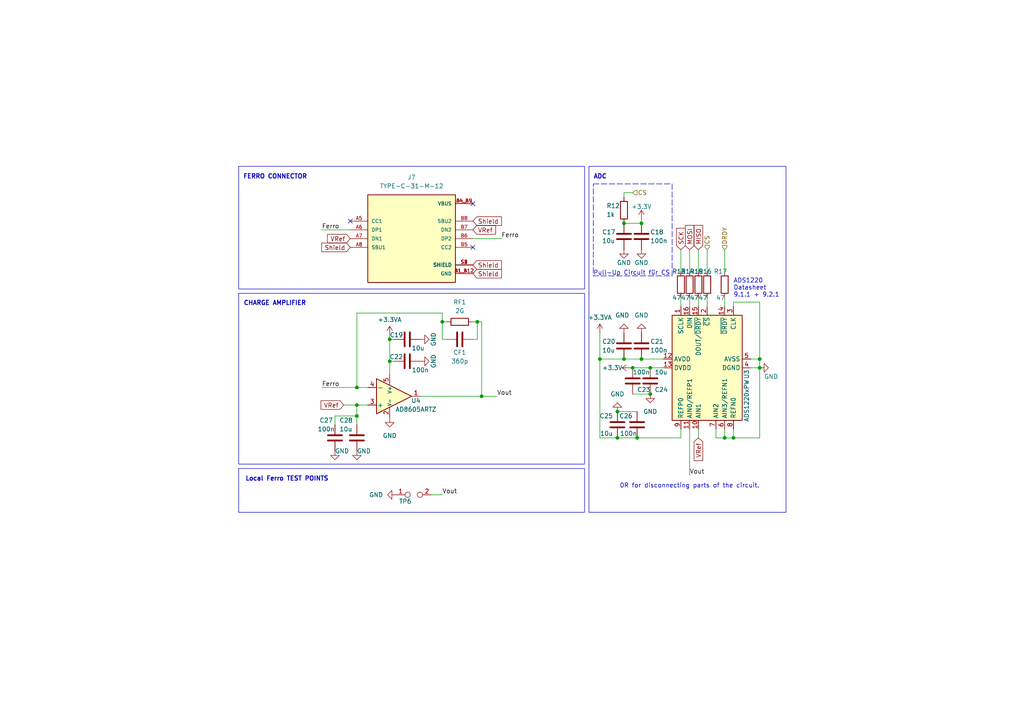
<source format=kicad_sch>
(kicad_sch (version 20231120) (generator "eeschema") (generator_version "8.0")
  (paper "A4")
  (lib_symbols
    (symbol "Amplifier_Operational_AKL:AD8605ARTZ" (pin_names (offset 0.2))
      (property "Reference" "U" (at 1.27 7.62 0))
      (property "Value" "AD8605ARTZ" (at 1.27 5.08 0))
      (symbol "AD8605ARTZ_0_1"
        (polyline (pts (xy -5.08 5.08) (xy -5.08 -5.08) (xy 5.08 0) (xy -5.08 5.08)) (stroke (width 0.254)) (fill (type background)))
      )
      (symbol "AD8605ARTZ_1_1"
        (pin output line (at 7.62 0 180) (length 2.54) (name "~") (number "1"))
        (pin power_in line (at -1.27 -6.35 90) (length 3.18) (name "V-") (number "2"))
        (pin input line (at -7.62 -2.54 0) (length 2.54) (name "+") (number "3"))
        (pin input line (at -7.62 2.54 0) (length 2.54) (name "-") (number "4"))
        (pin power_in line (at -1.27 6.35 270) (length 3.18) (name "V+") (number "5"))
      )
    )
    (symbol "Analog_ADC:ADS1220xPW"
      (property "Reference" "U" (at -15.24 11.43 0))
      (property "Value" "ADS1220xPW" (at 6.35 11.43 0))
      (symbol "ADS1220xPW_0_1"
        (rectangle (start -15.24 10.16) (end 15.24 -10.16) (stroke (width 0.254)) (fill (type background)))
      )
      (symbol "ADS1220xPW_1_1"
        (pin input line (at 17.78 7.62 180) (length 2.54) (name "SCLK") (number "1"))
        (pin input line (at -17.78 2.54 0) (length 2.54) (name "AIN1") (number "10"))
        (pin input line (at -17.78 5.08 0) (length 2.54) (name "AIN0/REFP1") (number "11"))
        (pin power_in line (at 2.54 12.7 270) (length 2.54) (name "AVDD") (number "12"))
        (pin power_in line (at 0 12.7 270) (length 2.54) (name "DVDD") (number "13"))
        (pin output line (at 17.78 -5.08 180) (length 2.54) (name "~{DRDY}") (number "14"))
        (pin output line (at 17.78 2.54 180) (length 2.54) (name "DOUT/~{DRDY}") (number "15"))
        (pin input line (at 17.78 5.08 180) (length 2.54) (name "DIN") (number "16"))
        (pin input line (at 17.78 0 180) (length 2.54) (name "~{CS}") (number "2"))
        (pin input line (at 17.78 -7.62 180) (length 2.54) (name "CLK") (number "3"))
        (pin power_in line (at 0 -12.7 90) (length 2.54) (name "DGND") (number "4"))
        (pin power_in line (at 2.54 -12.7 90) (length 2.54) (name "AVSS") (number "5"))
        (pin input line (at -17.78 -5.08 0) (length 2.54) (name "AIN3/REFN1") (number "6"))
        (pin input line (at -17.78 -2.54 0) (length 2.54) (name "AIN2") (number "7"))
        (pin input line (at -17.78 -7.62 0) (length 2.54) (name "REFN0") (number "8"))
        (pin input line (at -17.78 7.62 0) (length 2.54) (name "REFP0") (number "9"))
      )
    )
    (symbol "Connector:TestPoint_2Pole" (pin_names (offset 0.762) hide)
      (property "Reference" "TP" (at 0 1.524 0))
      (property "Value" "TestPoint_2Pole" (at 0 -1.778 0))
      (symbol "TestPoint_2Pole_0_1"
        (circle (center -1.778 0) (radius 0.762))
        (circle (center 1.778 0) (radius 0.762))
        (pin passive line (at -5.08 0 0) (length 2.54) (name "1") (number "1"))
        (pin passive line (at 5.08 0 180) (length 2.54) (name "2") (number "2"))
      )
    )
    (symbol "Device:C" (pin_numbers hide) (pin_names (offset 0.254))
      (property "Reference" "C" (at 0.635 2.54 0))
      (property "Value" "C" (at 0.635 -2.54 0))
      (symbol "C_0_1"
        (polyline (pts (xy -2.032 -0.762) (xy 2.032 -0.762)) (stroke (width 0.508)))
        (polyline (pts (xy -2.032 0.762) (xy 2.032 0.762)) (stroke (width 0.508)))
      )
      (symbol "C_1_1"
        (pin passive line (at 0 3.81 270) (length 2.794) (name "~") (number "1"))
        (pin passive line (at 0 -3.81 90) (length 2.794) (name "~") (number "2"))
      )
    )
    (symbol "Device:R" (pin_numbers hide) (pin_names (offset 0))
      (property "Reference" "R" (at 2.032 0 90))
      (property "Value" "R" (at 0 0 90))
      (symbol "R_0_1"
        (rectangle (start -1.016 -2.54) (end 1.016 2.54) (stroke (width 0.254)))
      )
      (symbol "R_1_1"
        (pin passive line (at 0 3.81 270) (length 1.27) (name "~") (number "1"))
        (pin passive line (at 0 -3.81 90) (length 1.27) (name "~") (number "2"))
      )
    )
    (symbol "TYPE-C-31-M-12:TYPE-C-31-M-12" (pin_names (offset 1.016))
      (property "Reference" "J" (at -12.7 13.462 0))
      (property "Value" "TYPE-C-31-M-12" (at -12.7 -13.462 0))
      (symbol "TYPE-C-31-M-12_0_0"
        (rectangle (start -12.7 -12.7) (end 12.7 12.7) (stroke (width 0.254)) (fill (type background)))
        (pin power_in line (at 17.78 -10.16 180) (length 5.08) (name "GND") (number "A1_B12"))
        (pin power_in line (at 17.78 10.16 180) (length 5.08) (name "VBUS") (number "A4_B9"))
        (pin bidirectional line (at -17.78 5.08 0) (length 5.08) (name "CC1") (number "A5"))
        (pin bidirectional line (at -17.78 2.54 0) (length 5.08) (name "DP1") (number "A6"))
        (pin bidirectional line (at -17.78 0 0) (length 5.08) (name "DN1") (number "A7"))
        (pin bidirectional line (at -17.78 -2.54 0) (length 5.08) (name "SBU1") (number "A8"))
        (pin power_in line (at 17.78 -10.16 180) (length 5.08) (name "GND") (number "B1_A12"))
        (pin power_in line (at 17.78 10.16 180) (length 5.08) (name "VBUS") (number "B4_A9"))
        (pin bidirectional line (at 17.78 -2.54 180) (length 5.08) (name "CC2") (number "B5"))
        (pin bidirectional line (at 17.78 0 180) (length 5.08) (name "DP2") (number "B6"))
        (pin bidirectional line (at 17.78 2.54 180) (length 5.08) (name "DN2") (number "B7"))
        (pin bidirectional line (at 17.78 5.08 180) (length 5.08) (name "SBU2") (number "B8"))
        (pin passive line (at 17.78 -7.62 180) (length 5.08) (name "SHIELD") (number "S1"))
        (pin passive line (at 17.78 -7.62 180) (length 5.08) (name "SHIELD") (number "S2"))
        (pin passive line (at 17.78 -7.62 180) (length 5.08) (name "SHIELD") (number "S3"))
        (pin passive line (at 17.78 -7.62 180) (length 5.08) (name "SHIELD") (number "S4"))
      )
    )
    (symbol "power:+3.3V" (power) (pin_names (offset 0))
      (property "Value" "+3.3V" (at 0 3.556 0))
      (symbol "+3.3V_0_1"
        (polyline (pts (xy -0.762 1.27) (xy 0 2.54)))
        (polyline (pts (xy 0 0) (xy 0 2.54)))
        (polyline (pts (xy 0 2.54) (xy 0.762 1.27)))
      )
      (symbol "+3.3V_1_1"
        (pin power_in line (at 0 0 90) (length 0) hide (name "+3.3V") (number "1"))
      )
    )
    (symbol "power:+3.3VA" (power) (pin_names (offset 0))
      (property "Value" "+3.3VA" (at 0 3.556 0))
      (symbol "+3.3VA_0_1"
        (polyline (pts (xy -0.762 1.27) (xy 0 2.54)))
        (polyline (pts (xy 0 0) (xy 0 2.54)))
        (polyline (pts (xy 0 2.54) (xy 0.762 1.27)))
      )
      (symbol "+3.3VA_1_1"
        (pin power_in line (at 0 0 90) (length 0) hide (name "+3.3VA") (number "1"))
      )
    )
    (symbol "power:GND" (power) (pin_names (offset 0))
      (property "Value" "GND" (at 0 -3.81 0))
      (symbol "GND_0_1"
        (polyline (pts (xy 0 0) (xy 0 -1.27) (xy 1.27 -1.27) (xy 0 -2.54) (xy -1.27 -1.27) (xy 0 -1.27)))
      )
      (symbol "GND_1_1"
        (pin power_in line (at 0 0 270) (length 0) hide (name "GND") (number "1"))
      )
    )
  )
  (junction (at 179.07 119.38))
  (junction (at 180.975 104.14))
  (junction (at 128.27 93.345))
  (junction (at 113.03 98.425))
  (junction (at 188.595 106.68))
  (junction (at 113.03 104.775))
  (junction (at 220.345 106.68))
  (junction (at 103.505 120.65))
  (junction (at 183.515 106.68))
  (junction (at 103.505 117.475))
  (junction (at 210.185 127))
  (junction (at 184.785 127))
  (junction (at 186.055 104.14))
  (junction (at 103.505 112.395))
  (junction (at 138.43 93.345))
  (junction (at 179.07 127))
  (junction (at 186.055 64.77))
  (junction (at 220.345 104.14))
  (junction (at 188.595 114.3))
  (junction (at 139.7 114.935))
  (junction (at 173.99 104.14))
  (junction (at 212.725 127))
  (junction (at 180.975 64.77))
  (no_connect (at 137.16 71.755))
  (no_connect (at 101.6 64.135))
  (no_connect (at 137.16 59.055))
  (wire (pts (xy 113.03 98.425) (xy 113.03 104.775)))
  (wire (pts (xy 220.345 104.14) (xy 220.345 87.63)))
  (wire (pts (xy 139.7 114.935) (xy 144.145 114.935)))
  (wire (pts (xy 184.785 127) (xy 197.485 127)))
  (wire (pts (xy 210.185 72.39) (xy 210.185 78.74)))
  (wire (pts (xy 113.03 104.775) (xy 114.3 104.775)))
  (wire (pts (xy 186.055 63.5) (xy 186.055 64.77)))
  (wire (pts (xy 205.105 72.39) (xy 205.105 78.74)))
  (wire (pts (xy 113.03 97.155) (xy 113.03 98.425)))
  (wire (pts (xy 145.415 69.215) (xy 137.16 69.215)))
  (wire (pts (xy 137.16 93.345) (xy 138.43 93.345)))
  (wire (pts (xy 103.505 117.475) (xy 103.505 120.65)))
  (wire (pts (xy 128.27 93.345) (xy 128.27 98.425)))
  (wire (pts (xy 121.92 114.935) (xy 139.7 114.935)))
  (wire (pts (xy 113.03 104.775) (xy 113.03 108.585)))
  (wire (pts (xy 202.565 86.36) (xy 202.565 88.9)))
  (wire (pts (xy 207.645 127) (xy 210.185 127)))
  (wire (pts (xy 202.565 124.46) (xy 202.565 127)))
  (wire (pts (xy 93.345 112.395) (xy 103.505 112.395)))
  (wire (pts (xy 138.43 93.345) (xy 139.7 93.345)))
  (wire (pts (xy 210.185 86.36) (xy 210.185 88.9)))
  (wire (pts (xy 212.725 124.46) (xy 212.725 127)))
  (wire (pts (xy 173.99 104.14) (xy 180.975 104.14)))
  (wire (pts (xy 183.515 55.88) (xy 180.975 55.88)))
  (wire (pts (xy 173.99 127) (xy 179.07 127)))
  (wire (pts (xy 188.595 106.68) (xy 192.405 106.68)))
  (wire (pts (xy 183.515 114.3) (xy 188.595 114.3)))
  (wire (pts (xy 93.345 66.675) (xy 101.6 66.675)))
  (wire (pts (xy 210.185 124.46) (xy 210.185 127)))
  (wire (pts (xy 97.155 120.65) (xy 103.505 120.65)))
  (wire (pts (xy 179.07 127) (xy 184.785 127)))
  (wire (pts (xy 183.515 106.68) (xy 188.595 106.68)))
  (wire (pts (xy 200.025 124.46) (xy 200.025 137.795)))
  (wire (pts (xy 197.485 72.39) (xy 197.485 78.74)))
  (wire (pts (xy 128.27 90.805) (xy 128.27 93.345)))
  (wire (pts (xy 114.3 98.425) (xy 113.03 98.425)))
  (wire (pts (xy 220.345 87.63) (xy 212.725 87.63)))
  (wire (pts (xy 180.975 104.14) (xy 186.055 104.14)))
  (wire (pts (xy 202.565 72.39) (xy 202.565 78.74)))
  (wire (pts (xy 128.27 90.805) (xy 103.505 90.805)))
  (wire (pts (xy 200.025 72.39) (xy 200.025 78.74)))
  (wire (pts (xy 212.725 127) (xy 220.345 127)))
  (wire (pts (xy 173.99 104.14) (xy 173.99 127)))
  (wire (pts (xy 220.345 127) (xy 220.345 106.68)))
  (wire (pts (xy 217.805 104.14) (xy 220.345 104.14)))
  (wire (pts (xy 210.185 127) (xy 212.725 127)))
  (wire (pts (xy 103.505 90.805) (xy 103.505 112.395)))
  (wire (pts (xy 103.505 120.65) (xy 103.505 123.19)))
  (wire (pts (xy 173.99 104.14) (xy 173.99 96.52)))
  (wire (pts (xy 217.805 106.68) (xy 220.345 106.68)))
  (wire (pts (xy 103.505 112.395) (xy 106.68 112.395)))
  (wire (pts (xy 186.055 104.14) (xy 192.405 104.14)))
  (wire (pts (xy 220.345 106.68) (xy 220.345 104.14)))
  (wire (pts (xy 197.485 127) (xy 197.485 124.46)))
  (wire (pts (xy 205.105 86.36) (xy 205.105 88.9)))
  (wire (pts (xy 137.16 98.425) (xy 138.43 98.425)))
  (wire (pts (xy 212.725 87.63) (xy 212.725 88.9)))
  (wire (pts (xy 99.695 117.475) (xy 103.505 117.475)))
  (wire (pts (xy 97.155 120.65) (xy 97.155 123.19)))
  (wire (pts (xy 197.485 86.36) (xy 197.485 88.9)))
  (wire (pts (xy 182.88 106.68) (xy 183.515 106.68)))
  (wire (pts (xy 128.27 143.51) (xy 125.095 143.51)))
  (wire (pts (xy 139.7 93.345) (xy 139.7 114.935)))
  (wire (pts (xy 180.975 55.88) (xy 180.975 57.15)))
  (wire (pts (xy 129.54 93.345) (xy 128.27 93.345)))
  (wire (pts (xy 103.505 117.475) (xy 106.68 117.475)))
  (wire (pts (xy 179.07 119.38) (xy 184.785 119.38)))
  (wire (pts (xy 200.025 86.36) (xy 200.025 88.9)))
  (wire (pts (xy 128.27 98.425) (xy 129.54 98.425)))
  (wire (pts (xy 138.43 93.345) (xy 138.43 98.425)))
  (wire (pts (xy 180.975 64.77) (xy 186.055 64.77)))
  (wire (pts (xy 207.645 124.46) (xy 207.645 127)))
  (rectangle (start 170.815 48.26) (end 227.965 148.59))
  (rectangle (start 69.215 135.89) (end 169.545 148.59))
  (rectangle (start 69.215 85.09) (end 169.545 134.62))
  (rectangle (start 172.085 53.34) (end 194.945 80.01) (stroke (width 0) (type dash)))
  (rectangle (start 69.215 48.26) (end 169.545 83.82))
  (text "0R for disconnecting parts of the circuit." (at 200.025 140.97 0) (effects (font (size 1.27 1.27))))
  (text "Pull-Up Circuit für CS" (at 172.085 80.01 0) (effects (font (size 1.27 1.27)) (justify left bottom)))
  (text "CHARGE AMPLIFIER" (at 70.612 88.773 0) (effects (font (size 1.27 1.27) (thickness 0.254) (bold yes)) (justify left bottom)))
  (text "ADS1220\nDatasheet\n9.1.1 + 9.2.1" (at 212.725 86.36 0) (effects (font (size 1.27 1.27)) (justify left bottom)))
  (text "ADC" (at 172.085 52.07 0) (effects (font (size 1.27 1.27) (thickness 0.254) (bold yes)) (justify left bottom)))
  (text "Local Ferro TEST POINTS" (at 71.12 139.7 0) (effects (font (size 1.27 1.27) (thickness 0.254) (bold yes)) (justify left bottom)))
  (text "FERRO CONNECTOR" (at 70.485 52.07 0) (effects (font (size 1.27 1.27) (thickness 0.254) (bold yes)) (justify left bottom)))
  (label "Vout" (at 128.27 143.51 0))
  (label "Ferro" (at 145.415 69.215 0))
  (label "Ferro" (at 93.345 66.675 0))
  (label "Vout" (at 144.145 114.935 0))
  (label "Vout" (at 200.025 137.795 0))
  (label "Ferro" (at 93.345 112.395 0))
  (global_label "VRef" (shape input) (at 137.16 66.675 0) (property "Intersheetrefs" "${INTERSHEET_REFS}" (effects (hide yes))))
  (global_label "Shield" (shape input) (at 137.16 64.135 0) (property "Intersheetrefs" "${INTERSHEET_REFS}" (effects (hide yes))))
  (global_label "SCK" (shape input) (at 197.485 72.39 90) (property "Intersheetrefs" "${INTERSHEET_REFS}" (effects (hide yes))))
  (global_label "VRef" (shape input) (at 202.565 127 270) (property "Intersheetrefs" "${INTERSHEET_REFS}" (effects (hide yes))))
  (global_label "MISO" (shape input) (at 202.565 72.39 90) (property "Intersheetrefs" "${INTERSHEET_REFS}" (effects (hide yes))))
  (global_label "Shield" (shape input) (at 101.6 71.755 180) (property "Intersheetrefs" "${INTERSHEET_REFS}" (effects (hide yes))))
  (global_label "Shield" (shape input) (at 137.16 76.835 0) (property "Intersheetrefs" "${INTERSHEET_REFS}" (effects (hide yes))))
  (global_label "VRef" (shape input) (at 101.6 69.215 180) (property "Intersheetrefs" "${INTERSHEET_REFS}" (effects (hide yes))))
  (global_label "MOSI" (shape input) (at 200.025 72.39 90) (property "Intersheetrefs" "${INTERSHEET_REFS}" (effects (hide yes))))
  (global_label "Shield" (shape input) (at 137.16 79.375 0) (property "Intersheetrefs" "${INTERSHEET_REFS}" (effects (hide yes))))
  (global_label "VRef" (shape input) (at 99.695 117.475 180) (property "Intersheetrefs" "${INTERSHEET_REFS}" (effects (hide yes))))
  (hierarchical_label "DRDY" (shape input) (at 210.185 72.39 90))
  (hierarchical_label "CS" (shape input) (at 183.515 55.88 0))
  (hierarchical_label "CS" (shape input) (at 205.105 72.39 90))
  (symbol (lib_id "Device:C") (at 103.505 127 0) (unit 1)
    (property "Reference" "C28" (at 98.425 121.92 0) (effects (justify left)))
    (property "Value" "10u" (at 98.425 124.46 0) (effects (justify left)))
    (property "Footprint" "Capacitor_SMD:C_0402_1005Metric" (effects (hide yes)))
    (instances (project "Platine 4 Kanal Ferroelektret" (path "" (reference "C28") (unit 1)) (path "" (reference "C52") (unit 1)) (path "" (reference "C40") (unit 1)) (path "" (reference "C64") (unit 1))))
  )
  (symbol (lib_id "power:+3.3V") (at 182.88 106.68 90) (unit 1)
    (property "Reference" "#PWR050" (effects (hide yes)))
    (property "Value" "+3.3V" (at 174.625 106.68 90) (effects (justify right)))
    (instances (project "Platine 4 Kanal Ferroelektret" (path "" (reference "#PWR050") (unit 1)) (path "" (reference "#PWR084") (unit 1)) (path "" (reference "#PWR067") (unit 1)) (path "" (reference "#PWR0101") (unit 1))))
  )
  (symbol (lib_id "Device:C") (at 180.975 68.58 0) (unit 1)
    (property "Reference" "C17" (at 174.625 67.31 0) (effects (justify left)))
    (property "Value" "10u" (at 174.625 69.85 0) (effects (justify left)))
    (property "Footprint" "Capacitor_SMD:C_0402_1005Metric" (effects (hide yes)))
    (instances (project "Platine 4 Kanal Ferroelektret" (path "" (reference "C17") (unit 1)) (path "" (reference "C41") (unit 1)) (path "" (reference "C29") (unit 1)) (path "" (reference "C53") (unit 1))))
  )
  (symbol (lib_id "Amplifier_Operational_AKL:AD8605ARTZ") (at 114.3 114.935 0) (unit 1)
    (property "Reference" "U4" (at 120.65 116.205 0))
    (property "Value" "AD8605ARTZ" (at 120.65 118.745 0))
    (property "Footprint" "Package_TO_SOT_SMD_AKL:SOT-23-5" (effects (hide yes)))
    (property "Datasheet" "https://www.tme.eu/Document/404ff0ad9cf074cb689e4ec67e936442/AD8606ARZ.pdf" (effects (hide yes)))
    (instances (project "Platine 4 Kanal Ferroelektret" (path "" (reference "U4") (unit 1)) (path "" (reference "U8") (unit 1)) (path "" (reference "U6") (unit 1)) (path "" (reference "U10") (unit 1))))
  )
  (symbol (lib_id "power:GND") (at 188.595 114.3 0) (unit 1)
    (property "Reference" "#PWR052" (effects (hide yes)))
    (property "Value" "GND" (at 188.595 119.38 0))
    (instances (project "Platine 4 Kanal Ferroelektret" (path "" (reference "#PWR052") (unit 1)) (path "" (reference "#PWR086") (unit 1)) (path "" (reference "#PWR069") (unit 1)) (path "" (reference "#PWR0103") (unit 1))))
  )
  (symbol (lib_id "power:+3.3VA") (at 173.99 96.52 0) (unit 1)
    (property "Reference" "#PWR044" (effects (hide yes)))
    (property "Value" "+3.3VA" (at 173.99 92.075 0))
    (instances (project "Platine 4 Kanal Ferroelektret" (path "" (reference "#PWR044") (unit 1)) (path "" (reference "#PWR078") (unit 1)) (path "" (reference "#PWR061") (unit 1)) (path "" (reference "#PWR095") (unit 1))))
  )
  (symbol (lib_id "TYPE-C-31-M-12:TYPE-C-31-M-12") (at 119.38 69.215 0) (unit 1)
    (property "Reference" "J7" (at 119.38 51.435 0))
    (property "Value" "TYPE-C-31-M-12" (at 119.38 53.975 0))
    (property "Footprint" "TYPE-C-31-M-12:HRO_TYPE-C-31-M-12" (effects (hide yes)))
    (property "MF" "HRO Electronics Co., Ltd." (effects (hide yes)))
    (property "MAXIMUM_PACKAGE_HEIGHT" "3.26 mm" (effects (hide yes)))
    (property "Package" "Package" (effects (hide yes)))
    (property "Price" "None" (effects (hide yes)))
    (property "Check_prices" "https://www.snapeda.com/parts/TYPE-C-31-M-12/HRO+Electronics+Co.%252C+Ltd./view-part/?ref=eda" (effects (hide yes)))
    (property "STANDARD" "Manufacturer Recommendations" (effects (hide yes)))
    (property "PARTREV" "2020.12.08" (effects (hide yes)))
    (property "SnapEDA_Link" "https://www.snapeda.com/parts/TYPE-C-31-M-12/HRO+Electronics+Co.%252C+Ltd./view-part/?ref=snap" (effects (hide yes)))
    (property "MP" "TYPE-C-31-M-12" (effects (hide yes)))
    (property "Description_1" "\nUSB Connectors 24 Receptacle 1 8.94*7.3mm RoHS\n" (effects (hide yes)))
    (property "SNAPEDA_PN" "TYPE-C-31-M-12" (effects (hide yes)))
    (property "Availability" "Not in stock" (effects (hide yes)))
    (property "MANUFACTURER" "HRO Electronics Co., Ltd." (effects (hide yes)))
    (instances (project "Platine 4 Kanal Ferroelektret" (path "" (reference "J7") (unit 1)) (path "" (reference "J9") (unit 1)) (path "" (reference "J8") (unit 1)) (path "" (reference "J10") (unit 1))))
  )
  (symbol (lib_id "power:+3.3VA") (at 113.03 97.155 0) (unit 1)
    (property "Reference" "#PWR047" (effects (hide yes)))
    (property "Value" "+3.3VA" (at 113.03 92.71 0))
    (instances (project "Platine 4 Kanal Ferroelektret" (path "" (reference "#PWR047") (unit 1)) (path "" (reference "#PWR081") (unit 1)) (path "" (reference "#PWR064") (unit 1)) (path "" (reference "#PWR098") (unit 1))))
  )
  (symbol (lib_id "power:GND") (at 180.975 72.39 0) (unit 1)
    (property "Reference" "#PWR042" (effects (hide yes)))
    (property "Value" "GND" (at 180.975 76.2 0))
    (instances (project "Platine 4 Kanal Ferroelektret" (path "" (reference "#PWR042") (unit 1)) (path "" (reference "#PWR076") (unit 1)) (path "" (reference "#PWR059") (unit 1)) (path "" (reference "#PWR093") (unit 1))))
  )
  (symbol (lib_id "Device:C") (at 186.055 100.33 180) (unit 1)
    (property "Reference" "C21" (at 188.595 99.06 0) (effects (justify right)))
    (property "Value" "100n" (at 188.595 101.6 0) (effects (justify right)))
    (property "Footprint" "Capacitor_SMD:C_0402_1005Metric" (effects (hide yes)))
    (instances (project "Platine 4 Kanal Ferroelektret" (path "" (reference "C21") (unit 1)) (path "" (reference "C45") (unit 1)) (path "" (reference "C33") (unit 1)) (path "" (reference "C57") (unit 1))))
  )
  (symbol (lib_id "power:GND") (at 121.92 104.775 90) (unit 1)
    (property "Reference" "#PWR049" (effects (hide yes)))
    (property "Value" "GND" (at 125.73 104.775 0))
    (instances (project "Platine 4 Kanal Ferroelektret" (path "" (reference "#PWR049") (unit 1)) (path "" (reference "#PWR083") (unit 1)) (path "" (reference "#PWR066") (unit 1)) (path "" (reference "#PWR0100") (unit 1))))
  )
  (symbol (lib_id "Device:C") (at 184.785 123.19 0) (unit 1)
    (property "Reference" "C26" (at 183.515 120.65 0) (effects (justify right)))
    (property "Value" "100n" (at 184.785 125.73 0) (effects (justify right)))
    (property "Footprint" "Capacitor_SMD:C_0402_1005Metric" (effects (hide yes)))
    (instances (project "Platine 4 Kanal Ferroelektret" (path "" (reference "C26") (unit 1)) (path "" (reference "C50") (unit 1)) (path "" (reference "C38") (unit 1)) (path "" (reference "C62") (unit 1))))
  )
  (symbol (lib_id "Device:R") (at 197.485 82.55 0) (unit 1)
    (property "Reference" "R13" (at 194.945 78.74 0) (effects (justify left)))
    (property "Value" "47" (at 194.945 86.36 0) (effects (justify left)))
    (property "Footprint" "Resistor_SMD:R_0402_1005Metric" (effects (hide yes)))
    (instances (project "Platine 4 Kanal Ferroelektret" (path "" (reference "R13") (unit 1)) (path "" (reference "R25") (unit 1)) (path "" (reference "R19") (unit 1)) (path "" (reference "R31") (unit 1))))
  )
  (symbol (lib_id "Device:C") (at 183.515 110.49 180) (unit 1)
    (property "Reference" "C23" (at 184.785 113.03 0) (effects (justify right)))
    (property "Value" "100n" (at 183.515 107.95 0) (effects (justify right)))
    (property "Footprint" "Capacitor_SMD:C_0402_1005Metric" (effects (hide yes)))
    (instances (project "Platine 4 Kanal Ferroelektret" (path "" (reference "C23") (unit 1)) (path "" (reference "C47") (unit 1)) (path "" (reference "C35") (unit 1)) (path "" (reference "C59") (unit 1))))
  )
  (symbol (lib_id "power:GND") (at 186.055 72.39 0) (unit 1)
    (property "Reference" "#PWR043" (effects (hide yes)))
    (property "Value" "GND" (at 186.055 76.2 0))
    (instances (project "Platine 4 Kanal Ferroelektret" (path "" (reference "#PWR043") (unit 1)) (path "" (reference "#PWR077") (unit 1)) (path "" (reference "#PWR060") (unit 1)) (path "" (reference "#PWR094") (unit 1))))
  )
  (symbol (lib_id "Device:C") (at 186.055 68.58 180) (unit 1)
    (property "Reference" "C18" (at 188.595 67.31 0) (effects (justify right)))
    (property "Value" "100n" (at 188.595 69.85 0) (effects (justify right)))
    (property "Footprint" "Capacitor_SMD:C_0402_1005Metric" (effects (hide yes)))
    (instances (project "Platine 4 Kanal Ferroelektret" (path "" (reference "C18") (unit 1)) (path "" (reference "C42") (unit 1)) (path "" (reference "C30") (unit 1)) (path "" (reference "C54") (unit 1))))
  )
  (symbol (lib_id "power:GND") (at 186.055 96.52 180) (unit 1)
    (property "Reference" "#PWR046" (effects (hide yes)))
    (property "Value" "GND" (at 186.055 91.44 0))
    (instances (project "Platine 4 Kanal Ferroelektret" (path "" (reference "#PWR046") (unit 1)) (path "" (reference "#PWR080") (unit 1)) (path "" (reference "#PWR063") (unit 1)) (path "" (reference "#PWR097") (unit 1))))
  )
  (symbol (lib_id "Device:C") (at 133.35 98.425 90) (unit 1)
    (property "Reference" "CF1" (at 133.35 102.235 90))
    (property "Value" "360p" (at 133.35 104.775 90))
    (property "Footprint" "Capacitor_SMD:C_0805_2012Metric" (effects (hide yes)))
    (instances (project "Platine 4 Kanal Ferroelektret" (path "" (reference "CF1") (unit 1)) (path "" (reference "CF3") (unit 1)) (path "" (reference "CF2") (unit 1)) (path "" (reference "CF4") (unit 1))))
  )
  (symbol (lib_id "power:GND") (at 114.935 143.51 270) (unit 1)
    (property "Reference" "#PWR057" (effects (hide yes)))
    (property "Value" "GND" (at 111.125 143.51 90) (effects (justify right)))
    (instances (project "Platine 4 Kanal Ferroelektret" (path "" (reference "#PWR057") (unit 1)) (path "" (reference "#PWR091") (unit 1)) (path "" (reference "#PWR074") (unit 1)) (path "" (reference "#PWR0108") (unit 1))))
  )
  (symbol (lib_id "Device:C") (at 179.07 123.19 180) (unit 1)
    (property "Reference" "C25" (at 177.8 120.65 0) (effects (justify left)))
    (property "Value" "10u" (at 177.8 125.73 0) (effects (justify left)))
    (property "Footprint" "Capacitor_SMD:C_0402_1005Metric" (effects (hide yes)))
    (instances (project "Platine 4 Kanal Ferroelektret" (path "" (reference "C25") (unit 1)) (path "" (reference "C49") (unit 1)) (path "" (reference "C37") (unit 1)) (path "" (reference "C61") (unit 1))))
  )
  (symbol (lib_id "Connector:TestPoint_2Pole") (at 120.015 143.51 0) (unit 1) (in_bom no)
    (property "Reference" "TP6" (at 119.38 145.415 0) (effects (justify right)))
    (property "Value" "TestPoint_2Pole" (effects (hide yes)))
    (property "Footprint" "TestPoint:TestPoint_2Pads_Pitch2.54mm_Drill0.8mm" (effects (hide yes)))
    (instances (project "Platine 4 Kanal Ferroelektret" (path "" (reference "TP6") (unit 1)) (path "" (reference "TP8") (unit 1)) (path "" (reference "TP7") (unit 1)) (path "" (reference "TP9") (unit 1))))
  )
  (symbol (lib_id "Device:C") (at 118.11 104.775 90) (unit 1)
    (property "Reference" "C22" (at 114.935 103.505 90))
    (property "Value" "100n" (at 121.92 107.315 90))
    (property "Footprint" "Capacitor_SMD:C_0402_1005Metric" (effects (hide yes)))
    (instances (project "Platine 4 Kanal Ferroelektret" (path "" (reference "C22") (unit 1)) (path "" (reference "C46") (unit 1)) (path "" (reference "C34") (unit 1)) (path "" (reference "C58") (unit 1))))
  )
  (symbol (lib_id "Device:C") (at 188.595 110.49 0) (unit 1)
    (property "Reference" "C24" (at 189.865 113.03 0) (effects (justify left)))
    (property "Value" "10u" (at 189.865 107.95 0) (effects (justify left)))
    (property "Footprint" "Capacitor_SMD:C_0402_1005Metric" (effects (hide yes)))
    (instances (project "Platine 4 Kanal Ferroelektret" (path "" (reference "C24") (unit 1)) (path "" (reference "C48") (unit 1)) (path "" (reference "C36") (unit 1)) (path "" (reference "C60") (unit 1))))
  )
  (symbol (lib_id "Device:R") (at 133.35 93.345 90) (unit 1)
    (property "Reference" "RF1" (at 133.35 87.63 90))
    (property "Value" "2G" (at 133.35 90.17 90))
    (property "Footprint" "Resistor_SMD:R_0805_2012Metric" (effects (hide yes)))
    (instances (project "Platine 4 Kanal Ferroelektret" (path "" (reference "RF1") (unit 1)) (path "" (reference "RF3") (unit 1)) (path "" (reference "RF2") (unit 1)) (path "" (reference "RF4") (unit 1))))
  )
  (symbol (lib_id "Device:C") (at 180.975 100.33 0) (unit 1)
    (property "Reference" "C20" (at 174.625 99.06 0) (effects (justify left)))
    (property "Value" "10u" (at 174.625 101.6 0) (effects (justify left)))
    (property "Footprint" "Capacitor_SMD:C_0402_1005Metric" (effects (hide yes)))
    (instances (project "Platine 4 Kanal Ferroelektret" (path "" (reference "C20") (unit 1)) (path "" (reference "C44") (unit 1)) (path "" (reference "C32") (unit 1)) (path "" (reference "C56") (unit 1))))
  )
  (symbol (lib_id "Device:R") (at 202.565 82.55 0) (unit 1)
    (property "Reference" "R15" (at 200.025 78.74 0) (effects (justify left)))
    (property "Value" "47" (at 200.025 86.36 0) (effects (justify left)))
    (property "Footprint" "Resistor_SMD:R_0402_1005Metric" (effects (hide yes)))
    (instances (project "Platine 4 Kanal Ferroelektret" (path "" (reference "R15") (unit 1)) (path "" (reference "R27") (unit 1)) (path "" (reference "R21") (unit 1)) (path "" (reference "R33") (unit 1))))
  )
  (symbol (lib_id "power:GND") (at 97.155 130.81 0) (unit 1)
    (property "Reference" "#PWR055" (effects (hide yes)))
    (property "Value" "GND" (at 97.155 130.81 0) (effects (justify left)))
    (instances (project "Platine 4 Kanal Ferroelektret" (path "" (reference "#PWR055") (unit 1)) (path "" (reference "#PWR089") (unit 1)) (path "" (reference "#PWR072") (unit 1)) (path "" (reference "#PWR0106") (unit 1))))
  )
  (symbol (lib_id "Device:C") (at 118.11 98.425 270) (unit 1)
    (property "Reference" "C19" (at 113.03 97.155 90) (effects (justify left)))
    (property "Value" "10u" (at 119.38 100.965 90) (effects (justify left)))
    (property "Footprint" "Capacitor_SMD:C_0402_1005Metric" (effects (hide yes)))
    (instances (project "Platine 4 Kanal Ferroelektret" (path "" (reference "C19") (unit 1)) (path "" (reference "C43") (unit 1)) (path "" (reference "C31") (unit 1)) (path "" (reference "C55") (unit 1))))
  )
  (symbol (lib_id "power:+3.3V") (at 186.055 63.5 0) (unit 1)
    (property "Reference" "#PWR041" (effects (hide yes)))
    (property "Value" "+3.3V" (at 186.055 59.944 0))
    (instances (project "Platine 4 Kanal Ferroelektret" (path "" (reference "#PWR041") (unit 1)) (path "" (reference "#PWR075") (unit 1)) (path "" (reference "#PWR058") (unit 1)) (path "" (reference "#PWR092") (unit 1))))
  )
  (symbol (lib_id "Device:R") (at 205.105 82.55 0) (unit 1)
    (property "Reference" "R16" (at 202.565 78.74 0) (effects (justify left)))
    (property "Value" "47" (at 202.565 86.36 0) (effects (justify left)))
    (property "Footprint" "Resistor_SMD:R_0402_1005Metric" (effects (hide yes)))
    (instances (project "Platine 4 Kanal Ferroelektret" (path "" (reference "R16") (unit 1)) (path "" (reference "R28") (unit 1)) (path "" (reference "R22") (unit 1)) (path "" (reference "R34") (unit 1))))
  )
  (symbol (lib_id "power:GND") (at 220.345 106.68 90) (unit 1)
    (property "Reference" "#PWR051" (effects (hide yes)))
    (property "Value" "GND" (at 221.615 109.22 90) (effects (justify right)))
    (instances (project "Platine 4 Kanal Ferroelektret" (path "" (reference "#PWR051") (unit 1)) (path "" (reference "#PWR085") (unit 1)) (path "" (reference "#PWR068") (unit 1)) (path "" (reference "#PWR0102") (unit 1))))
  )
  (symbol (lib_id "Device:R") (at 200.025 82.55 0) (unit 1)
    (property "Reference" "R14" (at 197.485 78.74 0) (effects (justify left)))
    (property "Value" "47" (at 197.485 86.36 0) (effects (justify left)))
    (property "Footprint" "Resistor_SMD:R_0402_1005Metric" (effects (hide yes)))
    (instances (project "Platine 4 Kanal Ferroelektret" (path "" (reference "R14") (unit 1)) (path "" (reference "R26") (unit 1)) (path "" (reference "R20") (unit 1)) (path "" (reference "R32") (unit 1))))
  )
  (symbol (lib_id "Device:R") (at 180.975 60.96 0) (unit 1)
    (property "Reference" "R12" (at 175.895 59.69 0) (effects (justify left)))
    (property "Value" "1k" (at 175.895 62.23 0) (effects (justify left)))
    (property "Footprint" "Resistor_SMD:R_0402_1005Metric" (effects (hide yes)))
    (instances (project "Platine 4 Kanal Ferroelektret" (path "" (reference "R12") (unit 1)) (path "" (reference "R24") (unit 1)) (path "" (reference "R18") (unit 1)) (path "" (reference "R30") (unit 1))))
  )
  (symbol (lib_id "power:GND") (at 113.03 121.285 0) (unit 1)
    (property "Reference" "#PWR054" (effects (hide yes)))
    (property "Value" "GND" (at 113.03 126.365 0))
    (instances (project "Platine 4 Kanal Ferroelektret" (path "" (reference "#PWR054") (unit 1)) (path "" (reference "#PWR088") (unit 1)) (path "" (reference "#PWR071") (unit 1)) (path "" (reference "#PWR0105") (unit 1))))
  )
  (symbol (lib_id "Device:R") (at 210.185 82.55 0) (unit 1)
    (property "Reference" "R17" (at 207.01 78.74 0) (effects (justify left)))
    (property "Value" "47" (at 207.645 86.36 0) (effects (justify left)))
    (property "Footprint" "Resistor_SMD:R_0402_1005Metric" (effects (hide yes)))
    (instances (project "Platine 4 Kanal Ferroelektret" (path "" (reference "R17") (unit 1)) (path "" (reference "R29") (unit 1)) (path "" (reference "R23") (unit 1)) (path "" (reference "R35") (unit 1))))
  )
  (symbol (lib_id "power:GND") (at 179.07 119.38 180) (unit 1)
    (property "Reference" "#PWR053" (effects (hide yes)))
    (property "Value" "GND" (at 179.07 114.3 0))
    (instances (project "Platine 4 Kanal Ferroelektret" (path "" (reference "#PWR053") (unit 1)) (path "" (reference "#PWR087") (unit 1)) (path "" (reference "#PWR070") (unit 1)) (path "" (reference "#PWR0104") (unit 1))))
  )
  (symbol (lib_id "power:GND") (at 180.975 96.52 180) (unit 1)
    (property "Reference" "#PWR045" (effects (hide yes)))
    (property "Value" "GND" (at 178.435 91.44 0) (effects (justify right)))
    (instances (project "Platine 4 Kanal Ferroelektret" (path "" (reference "#PWR045") (unit 1)) (path "" (reference "#PWR079") (unit 1)) (path "" (reference "#PWR062") (unit 1)) (path "" (reference "#PWR096") (unit 1))))
  )
  (symbol (lib_id "power:GND") (at 121.92 98.425 90) (unit 1)
    (property "Reference" "#PWR048" (effects (hide yes)))
    (property "Value" "GND" (at 125.73 98.425 0))
    (instances (project "Platine 4 Kanal Ferroelektret" (path "" (reference "#PWR048") (unit 1)) (path "" (reference "#PWR082") (unit 1)) (path "" (reference "#PWR065") (unit 1)) (path "" (reference "#PWR099") (unit 1))))
  )
  (symbol (lib_id "power:GND") (at 103.505 130.81 0) (unit 1)
    (property "Reference" "#PWR056" (effects (hide yes)))
    (property "Value" "GND" (at 103.505 130.81 0) (effects (justify left)))
    (instances (project "Platine 4 Kanal Ferroelektret" (path "" (reference "#PWR056") (unit 1)) (path "" (reference "#PWR090") (unit 1)) (path "" (reference "#PWR073") (unit 1)) (path "" (reference "#PWR0107") (unit 1))))
  )
  (symbol (lib_id "Analog_ADC:ADS1220xPW") (at 205.105 106.68 90) (unit 1)
    (property "Reference" "U3" (at 216.535 108.585 0))
    (property "Value" "ADS1220xPW" (at 216.535 116.205 0))
    (property "Footprint" "Package_SO:TSSOP-16_4.4x5mm_P0.65mm" (effects (hide yes)))
    (property "Datasheet" "http://www.ti.com/lit/ds/symlink/ads1220.pdf" (effects (hide yes)))
    (instances (project "Platine 4 Kanal Ferroelektret" (path "" (reference "U3") (unit 1)) (path "" (reference "U7") (unit 1)) (path "" (reference "U5") (unit 1)) (path "" (reference "U9") (unit 1))))
  )
  (symbol (lib_id "Device:C") (at 97.155 127 180) (unit 1)
    (property "Reference" "C27" (at 94.615 121.92 0))
    (property "Value" "100n" (at 94.615 124.46 0))
    (property "Footprint" "Capacitor_SMD:C_0402_1005Metric" (effects (hide yes)))
    (instances (project "Platine 4 Kanal Ferroelektret" (path "" (reference "C27") (unit 1)) (path "" (reference "C51") (unit 1)) (path "" (reference "C39") (unit 1)) (path "" (reference "C63") (unit 1))))
  )
)
</source>
